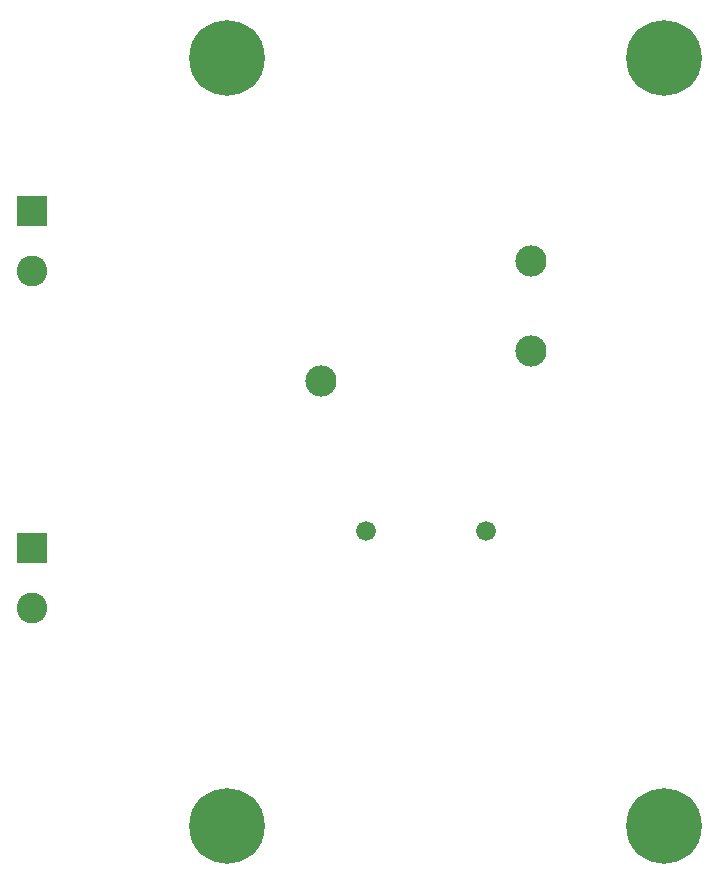
<source format=gbr>
%TF.GenerationSoftware,KiCad,Pcbnew,8.0.4*%
%TF.CreationDate,2025-06-08T14:38:43-04:00*%
%TF.ProjectId,car-battery-reverse-polarity-protection,6361722d-6261-4747-9465-72792d726576,rev?*%
%TF.SameCoordinates,Original*%
%TF.FileFunction,Soldermask,Bot*%
%TF.FilePolarity,Negative*%
%FSLAX46Y46*%
G04 Gerber Fmt 4.6, Leading zero omitted, Abs format (unit mm)*
G04 Created by KiCad (PCBNEW 8.0.4) date 2025-06-08 14:38:43*
%MOMM*%
%LPD*%
G01*
G04 APERTURE LIST*
%ADD10C,6.400000*%
%ADD11C,2.641600*%
%ADD12C,1.676400*%
%ADD13R,2.600000X2.600000*%
%ADD14C,2.600000*%
G04 APERTURE END LIST*
D10*
%TO.C,H5*%
X132500000Y-122000000D03*
%TD*%
D11*
%TO.C,K1*%
X140398800Y-84274200D03*
X158178800Y-81734200D03*
D12*
X154368800Y-96974200D03*
X144208800Y-96974200D03*
D11*
X158178800Y-74114200D03*
%TD*%
D10*
%TO.C,H1*%
X169500000Y-57000000D03*
%TD*%
D13*
%TO.C,J1*%
X116000000Y-69955000D03*
D14*
X116000000Y-75035000D03*
%TD*%
D10*
%TO.C,H2*%
X169500000Y-122000000D03*
%TD*%
D13*
%TO.C,J2*%
X116000000Y-98455000D03*
D14*
X116000000Y-103535000D03*
%TD*%
D10*
%TO.C,H3*%
X132500000Y-57000000D03*
%TD*%
M02*

</source>
